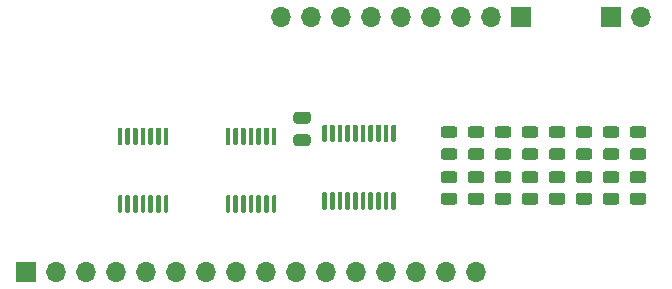
<source format=gbr>
%TF.GenerationSoftware,KiCad,Pcbnew,(5.1.10-1-10_14)*%
%TF.CreationDate,2021-12-18T11:23:09-05:00*%
%TF.ProjectId,Modules,4d6f6475-6c65-4732-9e6b-696361645f70,rev?*%
%TF.SameCoordinates,Original*%
%TF.FileFunction,Soldermask,Top*%
%TF.FilePolarity,Negative*%
%FSLAX46Y46*%
G04 Gerber Fmt 4.6, Leading zero omitted, Abs format (unit mm)*
G04 Created by KiCad (PCBNEW (5.1.10-1-10_14)) date 2021-12-18 11:23:09*
%MOMM*%
%LPD*%
G01*
G04 APERTURE LIST*
%ADD10R,1.700000X1.700000*%
%ADD11O,1.700000X1.700000*%
G04 APERTURE END LIST*
D10*
%TO.C,J3*%
X175514000Y-105156000D03*
D11*
X172974000Y-105156000D03*
X170434000Y-105156000D03*
X167894000Y-105156000D03*
X165354000Y-105156000D03*
X162814000Y-105156000D03*
X160274000Y-105156000D03*
X157734000Y-105156000D03*
X155194000Y-105156000D03*
%TD*%
%TO.C,R8*%
G36*
G01*
X184969999Y-120034000D02*
X185870001Y-120034000D01*
G75*
G02*
X186120000Y-120283999I0J-249999D01*
G01*
X186120000Y-120809001D01*
G75*
G02*
X185870001Y-121059000I-249999J0D01*
G01*
X184969999Y-121059000D01*
G75*
G02*
X184720000Y-120809001I0J249999D01*
G01*
X184720000Y-120283999D01*
G75*
G02*
X184969999Y-120034000I249999J0D01*
G01*
G37*
G36*
G01*
X184969999Y-118209000D02*
X185870001Y-118209000D01*
G75*
G02*
X186120000Y-118458999I0J-249999D01*
G01*
X186120000Y-118984001D01*
G75*
G02*
X185870001Y-119234000I-249999J0D01*
G01*
X184969999Y-119234000D01*
G75*
G02*
X184720000Y-118984001I0J249999D01*
G01*
X184720000Y-118458999D01*
G75*
G02*
X184969999Y-118209000I249999J0D01*
G01*
G37*
%TD*%
%TO.C,R7*%
G36*
G01*
X182683999Y-120034000D02*
X183584001Y-120034000D01*
G75*
G02*
X183834000Y-120283999I0J-249999D01*
G01*
X183834000Y-120809001D01*
G75*
G02*
X183584001Y-121059000I-249999J0D01*
G01*
X182683999Y-121059000D01*
G75*
G02*
X182434000Y-120809001I0J249999D01*
G01*
X182434000Y-120283999D01*
G75*
G02*
X182683999Y-120034000I249999J0D01*
G01*
G37*
G36*
G01*
X182683999Y-118209000D02*
X183584001Y-118209000D01*
G75*
G02*
X183834000Y-118458999I0J-249999D01*
G01*
X183834000Y-118984001D01*
G75*
G02*
X183584001Y-119234000I-249999J0D01*
G01*
X182683999Y-119234000D01*
G75*
G02*
X182434000Y-118984001I0J249999D01*
G01*
X182434000Y-118458999D01*
G75*
G02*
X182683999Y-118209000I249999J0D01*
G01*
G37*
%TD*%
%TO.C,R6*%
G36*
G01*
X180397999Y-120034000D02*
X181298001Y-120034000D01*
G75*
G02*
X181548000Y-120283999I0J-249999D01*
G01*
X181548000Y-120809001D01*
G75*
G02*
X181298001Y-121059000I-249999J0D01*
G01*
X180397999Y-121059000D01*
G75*
G02*
X180148000Y-120809001I0J249999D01*
G01*
X180148000Y-120283999D01*
G75*
G02*
X180397999Y-120034000I249999J0D01*
G01*
G37*
G36*
G01*
X180397999Y-118209000D02*
X181298001Y-118209000D01*
G75*
G02*
X181548000Y-118458999I0J-249999D01*
G01*
X181548000Y-118984001D01*
G75*
G02*
X181298001Y-119234000I-249999J0D01*
G01*
X180397999Y-119234000D01*
G75*
G02*
X180148000Y-118984001I0J249999D01*
G01*
X180148000Y-118458999D01*
G75*
G02*
X180397999Y-118209000I249999J0D01*
G01*
G37*
%TD*%
%TO.C,R5*%
G36*
G01*
X178111999Y-120034000D02*
X179012001Y-120034000D01*
G75*
G02*
X179262000Y-120283999I0J-249999D01*
G01*
X179262000Y-120809001D01*
G75*
G02*
X179012001Y-121059000I-249999J0D01*
G01*
X178111999Y-121059000D01*
G75*
G02*
X177862000Y-120809001I0J249999D01*
G01*
X177862000Y-120283999D01*
G75*
G02*
X178111999Y-120034000I249999J0D01*
G01*
G37*
G36*
G01*
X178111999Y-118209000D02*
X179012001Y-118209000D01*
G75*
G02*
X179262000Y-118458999I0J-249999D01*
G01*
X179262000Y-118984001D01*
G75*
G02*
X179012001Y-119234000I-249999J0D01*
G01*
X178111999Y-119234000D01*
G75*
G02*
X177862000Y-118984001I0J249999D01*
G01*
X177862000Y-118458999D01*
G75*
G02*
X178111999Y-118209000I249999J0D01*
G01*
G37*
%TD*%
%TO.C,R4*%
G36*
G01*
X175825999Y-120034000D02*
X176726001Y-120034000D01*
G75*
G02*
X176976000Y-120283999I0J-249999D01*
G01*
X176976000Y-120809001D01*
G75*
G02*
X176726001Y-121059000I-249999J0D01*
G01*
X175825999Y-121059000D01*
G75*
G02*
X175576000Y-120809001I0J249999D01*
G01*
X175576000Y-120283999D01*
G75*
G02*
X175825999Y-120034000I249999J0D01*
G01*
G37*
G36*
G01*
X175825999Y-118209000D02*
X176726001Y-118209000D01*
G75*
G02*
X176976000Y-118458999I0J-249999D01*
G01*
X176976000Y-118984001D01*
G75*
G02*
X176726001Y-119234000I-249999J0D01*
G01*
X175825999Y-119234000D01*
G75*
G02*
X175576000Y-118984001I0J249999D01*
G01*
X175576000Y-118458999D01*
G75*
G02*
X175825999Y-118209000I249999J0D01*
G01*
G37*
%TD*%
%TO.C,R3*%
G36*
G01*
X173539999Y-120034000D02*
X174440001Y-120034000D01*
G75*
G02*
X174690000Y-120283999I0J-249999D01*
G01*
X174690000Y-120809001D01*
G75*
G02*
X174440001Y-121059000I-249999J0D01*
G01*
X173539999Y-121059000D01*
G75*
G02*
X173290000Y-120809001I0J249999D01*
G01*
X173290000Y-120283999D01*
G75*
G02*
X173539999Y-120034000I249999J0D01*
G01*
G37*
G36*
G01*
X173539999Y-118209000D02*
X174440001Y-118209000D01*
G75*
G02*
X174690000Y-118458999I0J-249999D01*
G01*
X174690000Y-118984001D01*
G75*
G02*
X174440001Y-119234000I-249999J0D01*
G01*
X173539999Y-119234000D01*
G75*
G02*
X173290000Y-118984001I0J249999D01*
G01*
X173290000Y-118458999D01*
G75*
G02*
X173539999Y-118209000I249999J0D01*
G01*
G37*
%TD*%
%TO.C,R2*%
G36*
G01*
X171253999Y-120034000D02*
X172154001Y-120034000D01*
G75*
G02*
X172404000Y-120283999I0J-249999D01*
G01*
X172404000Y-120809001D01*
G75*
G02*
X172154001Y-121059000I-249999J0D01*
G01*
X171253999Y-121059000D01*
G75*
G02*
X171004000Y-120809001I0J249999D01*
G01*
X171004000Y-120283999D01*
G75*
G02*
X171253999Y-120034000I249999J0D01*
G01*
G37*
G36*
G01*
X171253999Y-118209000D02*
X172154001Y-118209000D01*
G75*
G02*
X172404000Y-118458999I0J-249999D01*
G01*
X172404000Y-118984001D01*
G75*
G02*
X172154001Y-119234000I-249999J0D01*
G01*
X171253999Y-119234000D01*
G75*
G02*
X171004000Y-118984001I0J249999D01*
G01*
X171004000Y-118458999D01*
G75*
G02*
X171253999Y-118209000I249999J0D01*
G01*
G37*
%TD*%
%TO.C,R1*%
G36*
G01*
X168967999Y-120034000D02*
X169868001Y-120034000D01*
G75*
G02*
X170118000Y-120283999I0J-249999D01*
G01*
X170118000Y-120809001D01*
G75*
G02*
X169868001Y-121059000I-249999J0D01*
G01*
X168967999Y-121059000D01*
G75*
G02*
X168718000Y-120809001I0J249999D01*
G01*
X168718000Y-120283999D01*
G75*
G02*
X168967999Y-120034000I249999J0D01*
G01*
G37*
G36*
G01*
X168967999Y-118209000D02*
X169868001Y-118209000D01*
G75*
G02*
X170118000Y-118458999I0J-249999D01*
G01*
X170118000Y-118984001D01*
G75*
G02*
X169868001Y-119234000I-249999J0D01*
G01*
X168967999Y-119234000D01*
G75*
G02*
X168718000Y-118984001I0J249999D01*
G01*
X168718000Y-118458999D01*
G75*
G02*
X168967999Y-118209000I249999J0D01*
G01*
G37*
%TD*%
%TO.C,D8*%
G36*
G01*
X185876250Y-115374000D02*
X184963750Y-115374000D01*
G75*
G02*
X184720000Y-115130250I0J243750D01*
G01*
X184720000Y-114642750D01*
G75*
G02*
X184963750Y-114399000I243750J0D01*
G01*
X185876250Y-114399000D01*
G75*
G02*
X186120000Y-114642750I0J-243750D01*
G01*
X186120000Y-115130250D01*
G75*
G02*
X185876250Y-115374000I-243750J0D01*
G01*
G37*
G36*
G01*
X185876250Y-117249000D02*
X184963750Y-117249000D01*
G75*
G02*
X184720000Y-117005250I0J243750D01*
G01*
X184720000Y-116517750D01*
G75*
G02*
X184963750Y-116274000I243750J0D01*
G01*
X185876250Y-116274000D01*
G75*
G02*
X186120000Y-116517750I0J-243750D01*
G01*
X186120000Y-117005250D01*
G75*
G02*
X185876250Y-117249000I-243750J0D01*
G01*
G37*
%TD*%
%TO.C,D7*%
G36*
G01*
X183590250Y-115374000D02*
X182677750Y-115374000D01*
G75*
G02*
X182434000Y-115130250I0J243750D01*
G01*
X182434000Y-114642750D01*
G75*
G02*
X182677750Y-114399000I243750J0D01*
G01*
X183590250Y-114399000D01*
G75*
G02*
X183834000Y-114642750I0J-243750D01*
G01*
X183834000Y-115130250D01*
G75*
G02*
X183590250Y-115374000I-243750J0D01*
G01*
G37*
G36*
G01*
X183590250Y-117249000D02*
X182677750Y-117249000D01*
G75*
G02*
X182434000Y-117005250I0J243750D01*
G01*
X182434000Y-116517750D01*
G75*
G02*
X182677750Y-116274000I243750J0D01*
G01*
X183590250Y-116274000D01*
G75*
G02*
X183834000Y-116517750I0J-243750D01*
G01*
X183834000Y-117005250D01*
G75*
G02*
X183590250Y-117249000I-243750J0D01*
G01*
G37*
%TD*%
%TO.C,D6*%
G36*
G01*
X181304250Y-115374000D02*
X180391750Y-115374000D01*
G75*
G02*
X180148000Y-115130250I0J243750D01*
G01*
X180148000Y-114642750D01*
G75*
G02*
X180391750Y-114399000I243750J0D01*
G01*
X181304250Y-114399000D01*
G75*
G02*
X181548000Y-114642750I0J-243750D01*
G01*
X181548000Y-115130250D01*
G75*
G02*
X181304250Y-115374000I-243750J0D01*
G01*
G37*
G36*
G01*
X181304250Y-117249000D02*
X180391750Y-117249000D01*
G75*
G02*
X180148000Y-117005250I0J243750D01*
G01*
X180148000Y-116517750D01*
G75*
G02*
X180391750Y-116274000I243750J0D01*
G01*
X181304250Y-116274000D01*
G75*
G02*
X181548000Y-116517750I0J-243750D01*
G01*
X181548000Y-117005250D01*
G75*
G02*
X181304250Y-117249000I-243750J0D01*
G01*
G37*
%TD*%
%TO.C,D5*%
G36*
G01*
X179018250Y-115374000D02*
X178105750Y-115374000D01*
G75*
G02*
X177862000Y-115130250I0J243750D01*
G01*
X177862000Y-114642750D01*
G75*
G02*
X178105750Y-114399000I243750J0D01*
G01*
X179018250Y-114399000D01*
G75*
G02*
X179262000Y-114642750I0J-243750D01*
G01*
X179262000Y-115130250D01*
G75*
G02*
X179018250Y-115374000I-243750J0D01*
G01*
G37*
G36*
G01*
X179018250Y-117249000D02*
X178105750Y-117249000D01*
G75*
G02*
X177862000Y-117005250I0J243750D01*
G01*
X177862000Y-116517750D01*
G75*
G02*
X178105750Y-116274000I243750J0D01*
G01*
X179018250Y-116274000D01*
G75*
G02*
X179262000Y-116517750I0J-243750D01*
G01*
X179262000Y-117005250D01*
G75*
G02*
X179018250Y-117249000I-243750J0D01*
G01*
G37*
%TD*%
%TO.C,D4*%
G36*
G01*
X176732250Y-115374000D02*
X175819750Y-115374000D01*
G75*
G02*
X175576000Y-115130250I0J243750D01*
G01*
X175576000Y-114642750D01*
G75*
G02*
X175819750Y-114399000I243750J0D01*
G01*
X176732250Y-114399000D01*
G75*
G02*
X176976000Y-114642750I0J-243750D01*
G01*
X176976000Y-115130250D01*
G75*
G02*
X176732250Y-115374000I-243750J0D01*
G01*
G37*
G36*
G01*
X176732250Y-117249000D02*
X175819750Y-117249000D01*
G75*
G02*
X175576000Y-117005250I0J243750D01*
G01*
X175576000Y-116517750D01*
G75*
G02*
X175819750Y-116274000I243750J0D01*
G01*
X176732250Y-116274000D01*
G75*
G02*
X176976000Y-116517750I0J-243750D01*
G01*
X176976000Y-117005250D01*
G75*
G02*
X176732250Y-117249000I-243750J0D01*
G01*
G37*
%TD*%
%TO.C,D3*%
G36*
G01*
X174446250Y-115374000D02*
X173533750Y-115374000D01*
G75*
G02*
X173290000Y-115130250I0J243750D01*
G01*
X173290000Y-114642750D01*
G75*
G02*
X173533750Y-114399000I243750J0D01*
G01*
X174446250Y-114399000D01*
G75*
G02*
X174690000Y-114642750I0J-243750D01*
G01*
X174690000Y-115130250D01*
G75*
G02*
X174446250Y-115374000I-243750J0D01*
G01*
G37*
G36*
G01*
X174446250Y-117249000D02*
X173533750Y-117249000D01*
G75*
G02*
X173290000Y-117005250I0J243750D01*
G01*
X173290000Y-116517750D01*
G75*
G02*
X173533750Y-116274000I243750J0D01*
G01*
X174446250Y-116274000D01*
G75*
G02*
X174690000Y-116517750I0J-243750D01*
G01*
X174690000Y-117005250D01*
G75*
G02*
X174446250Y-117249000I-243750J0D01*
G01*
G37*
%TD*%
%TO.C,D2*%
G36*
G01*
X172160250Y-115374000D02*
X171247750Y-115374000D01*
G75*
G02*
X171004000Y-115130250I0J243750D01*
G01*
X171004000Y-114642750D01*
G75*
G02*
X171247750Y-114399000I243750J0D01*
G01*
X172160250Y-114399000D01*
G75*
G02*
X172404000Y-114642750I0J-243750D01*
G01*
X172404000Y-115130250D01*
G75*
G02*
X172160250Y-115374000I-243750J0D01*
G01*
G37*
G36*
G01*
X172160250Y-117249000D02*
X171247750Y-117249000D01*
G75*
G02*
X171004000Y-117005250I0J243750D01*
G01*
X171004000Y-116517750D01*
G75*
G02*
X171247750Y-116274000I243750J0D01*
G01*
X172160250Y-116274000D01*
G75*
G02*
X172404000Y-116517750I0J-243750D01*
G01*
X172404000Y-117005250D01*
G75*
G02*
X172160250Y-117249000I-243750J0D01*
G01*
G37*
%TD*%
%TO.C,D1*%
G36*
G01*
X169874250Y-115374000D02*
X168961750Y-115374000D01*
G75*
G02*
X168718000Y-115130250I0J243750D01*
G01*
X168718000Y-114642750D01*
G75*
G02*
X168961750Y-114399000I243750J0D01*
G01*
X169874250Y-114399000D01*
G75*
G02*
X170118000Y-114642750I0J-243750D01*
G01*
X170118000Y-115130250D01*
G75*
G02*
X169874250Y-115374000I-243750J0D01*
G01*
G37*
G36*
G01*
X169874250Y-117249000D02*
X168961750Y-117249000D01*
G75*
G02*
X168718000Y-117005250I0J243750D01*
G01*
X168718000Y-116517750D01*
G75*
G02*
X168961750Y-116274000I243750J0D01*
G01*
X169874250Y-116274000D01*
G75*
G02*
X170118000Y-116517750I0J-243750D01*
G01*
X170118000Y-117005250D01*
G75*
G02*
X169874250Y-117249000I-243750J0D01*
G01*
G37*
%TD*%
%TO.C,C1*%
G36*
G01*
X157447000Y-114170000D02*
X156497000Y-114170000D01*
G75*
G02*
X156247000Y-113920000I0J250000D01*
G01*
X156247000Y-113420000D01*
G75*
G02*
X156497000Y-113170000I250000J0D01*
G01*
X157447000Y-113170000D01*
G75*
G02*
X157697000Y-113420000I0J-250000D01*
G01*
X157697000Y-113920000D01*
G75*
G02*
X157447000Y-114170000I-250000J0D01*
G01*
G37*
G36*
G01*
X157447000Y-116070000D02*
X156497000Y-116070000D01*
G75*
G02*
X156247000Y-115820000I0J250000D01*
G01*
X156247000Y-115320000D01*
G75*
G02*
X156497000Y-115070000I250000J0D01*
G01*
X157447000Y-115070000D01*
G75*
G02*
X157697000Y-115320000I0J-250000D01*
G01*
X157697000Y-115820000D01*
G75*
G02*
X157447000Y-116070000I-250000J0D01*
G01*
G37*
%TD*%
%TO.C,U1*%
G36*
G01*
X158985000Y-115731000D02*
X158785000Y-115731000D01*
G75*
G02*
X158685000Y-115631000I0J100000D01*
G01*
X158685000Y-114356000D01*
G75*
G02*
X158785000Y-114256000I100000J0D01*
G01*
X158985000Y-114256000D01*
G75*
G02*
X159085000Y-114356000I0J-100000D01*
G01*
X159085000Y-115631000D01*
G75*
G02*
X158985000Y-115731000I-100000J0D01*
G01*
G37*
G36*
G01*
X159635000Y-115731000D02*
X159435000Y-115731000D01*
G75*
G02*
X159335000Y-115631000I0J100000D01*
G01*
X159335000Y-114356000D01*
G75*
G02*
X159435000Y-114256000I100000J0D01*
G01*
X159635000Y-114256000D01*
G75*
G02*
X159735000Y-114356000I0J-100000D01*
G01*
X159735000Y-115631000D01*
G75*
G02*
X159635000Y-115731000I-100000J0D01*
G01*
G37*
G36*
G01*
X160285000Y-115731000D02*
X160085000Y-115731000D01*
G75*
G02*
X159985000Y-115631000I0J100000D01*
G01*
X159985000Y-114356000D01*
G75*
G02*
X160085000Y-114256000I100000J0D01*
G01*
X160285000Y-114256000D01*
G75*
G02*
X160385000Y-114356000I0J-100000D01*
G01*
X160385000Y-115631000D01*
G75*
G02*
X160285000Y-115731000I-100000J0D01*
G01*
G37*
G36*
G01*
X160935000Y-115731000D02*
X160735000Y-115731000D01*
G75*
G02*
X160635000Y-115631000I0J100000D01*
G01*
X160635000Y-114356000D01*
G75*
G02*
X160735000Y-114256000I100000J0D01*
G01*
X160935000Y-114256000D01*
G75*
G02*
X161035000Y-114356000I0J-100000D01*
G01*
X161035000Y-115631000D01*
G75*
G02*
X160935000Y-115731000I-100000J0D01*
G01*
G37*
G36*
G01*
X161585000Y-115731000D02*
X161385000Y-115731000D01*
G75*
G02*
X161285000Y-115631000I0J100000D01*
G01*
X161285000Y-114356000D01*
G75*
G02*
X161385000Y-114256000I100000J0D01*
G01*
X161585000Y-114256000D01*
G75*
G02*
X161685000Y-114356000I0J-100000D01*
G01*
X161685000Y-115631000D01*
G75*
G02*
X161585000Y-115731000I-100000J0D01*
G01*
G37*
G36*
G01*
X162235000Y-115731000D02*
X162035000Y-115731000D01*
G75*
G02*
X161935000Y-115631000I0J100000D01*
G01*
X161935000Y-114356000D01*
G75*
G02*
X162035000Y-114256000I100000J0D01*
G01*
X162235000Y-114256000D01*
G75*
G02*
X162335000Y-114356000I0J-100000D01*
G01*
X162335000Y-115631000D01*
G75*
G02*
X162235000Y-115731000I-100000J0D01*
G01*
G37*
G36*
G01*
X162885000Y-115731000D02*
X162685000Y-115731000D01*
G75*
G02*
X162585000Y-115631000I0J100000D01*
G01*
X162585000Y-114356000D01*
G75*
G02*
X162685000Y-114256000I100000J0D01*
G01*
X162885000Y-114256000D01*
G75*
G02*
X162985000Y-114356000I0J-100000D01*
G01*
X162985000Y-115631000D01*
G75*
G02*
X162885000Y-115731000I-100000J0D01*
G01*
G37*
G36*
G01*
X163535000Y-115731000D02*
X163335000Y-115731000D01*
G75*
G02*
X163235000Y-115631000I0J100000D01*
G01*
X163235000Y-114356000D01*
G75*
G02*
X163335000Y-114256000I100000J0D01*
G01*
X163535000Y-114256000D01*
G75*
G02*
X163635000Y-114356000I0J-100000D01*
G01*
X163635000Y-115631000D01*
G75*
G02*
X163535000Y-115731000I-100000J0D01*
G01*
G37*
G36*
G01*
X164185000Y-115731000D02*
X163985000Y-115731000D01*
G75*
G02*
X163885000Y-115631000I0J100000D01*
G01*
X163885000Y-114356000D01*
G75*
G02*
X163985000Y-114256000I100000J0D01*
G01*
X164185000Y-114256000D01*
G75*
G02*
X164285000Y-114356000I0J-100000D01*
G01*
X164285000Y-115631000D01*
G75*
G02*
X164185000Y-115731000I-100000J0D01*
G01*
G37*
G36*
G01*
X164835000Y-115731000D02*
X164635000Y-115731000D01*
G75*
G02*
X164535000Y-115631000I0J100000D01*
G01*
X164535000Y-114356000D01*
G75*
G02*
X164635000Y-114256000I100000J0D01*
G01*
X164835000Y-114256000D01*
G75*
G02*
X164935000Y-114356000I0J-100000D01*
G01*
X164935000Y-115631000D01*
G75*
G02*
X164835000Y-115731000I-100000J0D01*
G01*
G37*
G36*
G01*
X164835000Y-121456000D02*
X164635000Y-121456000D01*
G75*
G02*
X164535000Y-121356000I0J100000D01*
G01*
X164535000Y-120081000D01*
G75*
G02*
X164635000Y-119981000I100000J0D01*
G01*
X164835000Y-119981000D01*
G75*
G02*
X164935000Y-120081000I0J-100000D01*
G01*
X164935000Y-121356000D01*
G75*
G02*
X164835000Y-121456000I-100000J0D01*
G01*
G37*
G36*
G01*
X164185000Y-121456000D02*
X163985000Y-121456000D01*
G75*
G02*
X163885000Y-121356000I0J100000D01*
G01*
X163885000Y-120081000D01*
G75*
G02*
X163985000Y-119981000I100000J0D01*
G01*
X164185000Y-119981000D01*
G75*
G02*
X164285000Y-120081000I0J-100000D01*
G01*
X164285000Y-121356000D01*
G75*
G02*
X164185000Y-121456000I-100000J0D01*
G01*
G37*
G36*
G01*
X163535000Y-121456000D02*
X163335000Y-121456000D01*
G75*
G02*
X163235000Y-121356000I0J100000D01*
G01*
X163235000Y-120081000D01*
G75*
G02*
X163335000Y-119981000I100000J0D01*
G01*
X163535000Y-119981000D01*
G75*
G02*
X163635000Y-120081000I0J-100000D01*
G01*
X163635000Y-121356000D01*
G75*
G02*
X163535000Y-121456000I-100000J0D01*
G01*
G37*
G36*
G01*
X162885000Y-121456000D02*
X162685000Y-121456000D01*
G75*
G02*
X162585000Y-121356000I0J100000D01*
G01*
X162585000Y-120081000D01*
G75*
G02*
X162685000Y-119981000I100000J0D01*
G01*
X162885000Y-119981000D01*
G75*
G02*
X162985000Y-120081000I0J-100000D01*
G01*
X162985000Y-121356000D01*
G75*
G02*
X162885000Y-121456000I-100000J0D01*
G01*
G37*
G36*
G01*
X162235000Y-121456000D02*
X162035000Y-121456000D01*
G75*
G02*
X161935000Y-121356000I0J100000D01*
G01*
X161935000Y-120081000D01*
G75*
G02*
X162035000Y-119981000I100000J0D01*
G01*
X162235000Y-119981000D01*
G75*
G02*
X162335000Y-120081000I0J-100000D01*
G01*
X162335000Y-121356000D01*
G75*
G02*
X162235000Y-121456000I-100000J0D01*
G01*
G37*
G36*
G01*
X161585000Y-121456000D02*
X161385000Y-121456000D01*
G75*
G02*
X161285000Y-121356000I0J100000D01*
G01*
X161285000Y-120081000D01*
G75*
G02*
X161385000Y-119981000I100000J0D01*
G01*
X161585000Y-119981000D01*
G75*
G02*
X161685000Y-120081000I0J-100000D01*
G01*
X161685000Y-121356000D01*
G75*
G02*
X161585000Y-121456000I-100000J0D01*
G01*
G37*
G36*
G01*
X160935000Y-121456000D02*
X160735000Y-121456000D01*
G75*
G02*
X160635000Y-121356000I0J100000D01*
G01*
X160635000Y-120081000D01*
G75*
G02*
X160735000Y-119981000I100000J0D01*
G01*
X160935000Y-119981000D01*
G75*
G02*
X161035000Y-120081000I0J-100000D01*
G01*
X161035000Y-121356000D01*
G75*
G02*
X160935000Y-121456000I-100000J0D01*
G01*
G37*
G36*
G01*
X160285000Y-121456000D02*
X160085000Y-121456000D01*
G75*
G02*
X159985000Y-121356000I0J100000D01*
G01*
X159985000Y-120081000D01*
G75*
G02*
X160085000Y-119981000I100000J0D01*
G01*
X160285000Y-119981000D01*
G75*
G02*
X160385000Y-120081000I0J-100000D01*
G01*
X160385000Y-121356000D01*
G75*
G02*
X160285000Y-121456000I-100000J0D01*
G01*
G37*
G36*
G01*
X159635000Y-121456000D02*
X159435000Y-121456000D01*
G75*
G02*
X159335000Y-121356000I0J100000D01*
G01*
X159335000Y-120081000D01*
G75*
G02*
X159435000Y-119981000I100000J0D01*
G01*
X159635000Y-119981000D01*
G75*
G02*
X159735000Y-120081000I0J-100000D01*
G01*
X159735000Y-121356000D01*
G75*
G02*
X159635000Y-121456000I-100000J0D01*
G01*
G37*
G36*
G01*
X158985000Y-121456000D02*
X158785000Y-121456000D01*
G75*
G02*
X158685000Y-121356000I0J100000D01*
G01*
X158685000Y-120081000D01*
G75*
G02*
X158785000Y-119981000I100000J0D01*
G01*
X158985000Y-119981000D01*
G75*
G02*
X159085000Y-120081000I0J-100000D01*
G01*
X159085000Y-121356000D01*
G75*
G02*
X158985000Y-121456000I-100000J0D01*
G01*
G37*
%TD*%
%TO.C,U8*%
G36*
G01*
X141660000Y-115985000D02*
X141460000Y-115985000D01*
G75*
G02*
X141360000Y-115885000I0J100000D01*
G01*
X141360000Y-114610000D01*
G75*
G02*
X141460000Y-114510000I100000J0D01*
G01*
X141660000Y-114510000D01*
G75*
G02*
X141760000Y-114610000I0J-100000D01*
G01*
X141760000Y-115885000D01*
G75*
G02*
X141660000Y-115985000I-100000J0D01*
G01*
G37*
G36*
G01*
X142310000Y-115985000D02*
X142110000Y-115985000D01*
G75*
G02*
X142010000Y-115885000I0J100000D01*
G01*
X142010000Y-114610000D01*
G75*
G02*
X142110000Y-114510000I100000J0D01*
G01*
X142310000Y-114510000D01*
G75*
G02*
X142410000Y-114610000I0J-100000D01*
G01*
X142410000Y-115885000D01*
G75*
G02*
X142310000Y-115985000I-100000J0D01*
G01*
G37*
G36*
G01*
X142960000Y-115985000D02*
X142760000Y-115985000D01*
G75*
G02*
X142660000Y-115885000I0J100000D01*
G01*
X142660000Y-114610000D01*
G75*
G02*
X142760000Y-114510000I100000J0D01*
G01*
X142960000Y-114510000D01*
G75*
G02*
X143060000Y-114610000I0J-100000D01*
G01*
X143060000Y-115885000D01*
G75*
G02*
X142960000Y-115985000I-100000J0D01*
G01*
G37*
G36*
G01*
X143610000Y-115985000D02*
X143410000Y-115985000D01*
G75*
G02*
X143310000Y-115885000I0J100000D01*
G01*
X143310000Y-114610000D01*
G75*
G02*
X143410000Y-114510000I100000J0D01*
G01*
X143610000Y-114510000D01*
G75*
G02*
X143710000Y-114610000I0J-100000D01*
G01*
X143710000Y-115885000D01*
G75*
G02*
X143610000Y-115985000I-100000J0D01*
G01*
G37*
G36*
G01*
X144260000Y-115985000D02*
X144060000Y-115985000D01*
G75*
G02*
X143960000Y-115885000I0J100000D01*
G01*
X143960000Y-114610000D01*
G75*
G02*
X144060000Y-114510000I100000J0D01*
G01*
X144260000Y-114510000D01*
G75*
G02*
X144360000Y-114610000I0J-100000D01*
G01*
X144360000Y-115885000D01*
G75*
G02*
X144260000Y-115985000I-100000J0D01*
G01*
G37*
G36*
G01*
X144910000Y-115985000D02*
X144710000Y-115985000D01*
G75*
G02*
X144610000Y-115885000I0J100000D01*
G01*
X144610000Y-114610000D01*
G75*
G02*
X144710000Y-114510000I100000J0D01*
G01*
X144910000Y-114510000D01*
G75*
G02*
X145010000Y-114610000I0J-100000D01*
G01*
X145010000Y-115885000D01*
G75*
G02*
X144910000Y-115985000I-100000J0D01*
G01*
G37*
G36*
G01*
X145560000Y-115985000D02*
X145360000Y-115985000D01*
G75*
G02*
X145260000Y-115885000I0J100000D01*
G01*
X145260000Y-114610000D01*
G75*
G02*
X145360000Y-114510000I100000J0D01*
G01*
X145560000Y-114510000D01*
G75*
G02*
X145660000Y-114610000I0J-100000D01*
G01*
X145660000Y-115885000D01*
G75*
G02*
X145560000Y-115985000I-100000J0D01*
G01*
G37*
G36*
G01*
X145560000Y-121710000D02*
X145360000Y-121710000D01*
G75*
G02*
X145260000Y-121610000I0J100000D01*
G01*
X145260000Y-120335000D01*
G75*
G02*
X145360000Y-120235000I100000J0D01*
G01*
X145560000Y-120235000D01*
G75*
G02*
X145660000Y-120335000I0J-100000D01*
G01*
X145660000Y-121610000D01*
G75*
G02*
X145560000Y-121710000I-100000J0D01*
G01*
G37*
G36*
G01*
X144910000Y-121710000D02*
X144710000Y-121710000D01*
G75*
G02*
X144610000Y-121610000I0J100000D01*
G01*
X144610000Y-120335000D01*
G75*
G02*
X144710000Y-120235000I100000J0D01*
G01*
X144910000Y-120235000D01*
G75*
G02*
X145010000Y-120335000I0J-100000D01*
G01*
X145010000Y-121610000D01*
G75*
G02*
X144910000Y-121710000I-100000J0D01*
G01*
G37*
G36*
G01*
X144260000Y-121710000D02*
X144060000Y-121710000D01*
G75*
G02*
X143960000Y-121610000I0J100000D01*
G01*
X143960000Y-120335000D01*
G75*
G02*
X144060000Y-120235000I100000J0D01*
G01*
X144260000Y-120235000D01*
G75*
G02*
X144360000Y-120335000I0J-100000D01*
G01*
X144360000Y-121610000D01*
G75*
G02*
X144260000Y-121710000I-100000J0D01*
G01*
G37*
G36*
G01*
X143610000Y-121710000D02*
X143410000Y-121710000D01*
G75*
G02*
X143310000Y-121610000I0J100000D01*
G01*
X143310000Y-120335000D01*
G75*
G02*
X143410000Y-120235000I100000J0D01*
G01*
X143610000Y-120235000D01*
G75*
G02*
X143710000Y-120335000I0J-100000D01*
G01*
X143710000Y-121610000D01*
G75*
G02*
X143610000Y-121710000I-100000J0D01*
G01*
G37*
G36*
G01*
X142960000Y-121710000D02*
X142760000Y-121710000D01*
G75*
G02*
X142660000Y-121610000I0J100000D01*
G01*
X142660000Y-120335000D01*
G75*
G02*
X142760000Y-120235000I100000J0D01*
G01*
X142960000Y-120235000D01*
G75*
G02*
X143060000Y-120335000I0J-100000D01*
G01*
X143060000Y-121610000D01*
G75*
G02*
X142960000Y-121710000I-100000J0D01*
G01*
G37*
G36*
G01*
X142310000Y-121710000D02*
X142110000Y-121710000D01*
G75*
G02*
X142010000Y-121610000I0J100000D01*
G01*
X142010000Y-120335000D01*
G75*
G02*
X142110000Y-120235000I100000J0D01*
G01*
X142310000Y-120235000D01*
G75*
G02*
X142410000Y-120335000I0J-100000D01*
G01*
X142410000Y-121610000D01*
G75*
G02*
X142310000Y-121710000I-100000J0D01*
G01*
G37*
G36*
G01*
X141660000Y-121710000D02*
X141460000Y-121710000D01*
G75*
G02*
X141360000Y-121610000I0J100000D01*
G01*
X141360000Y-120335000D01*
G75*
G02*
X141460000Y-120235000I100000J0D01*
G01*
X141660000Y-120235000D01*
G75*
G02*
X141760000Y-120335000I0J-100000D01*
G01*
X141760000Y-121610000D01*
G75*
G02*
X141660000Y-121710000I-100000J0D01*
G01*
G37*
%TD*%
%TO.C,U7*%
G36*
G01*
X150804000Y-115985000D02*
X150604000Y-115985000D01*
G75*
G02*
X150504000Y-115885000I0J100000D01*
G01*
X150504000Y-114610000D01*
G75*
G02*
X150604000Y-114510000I100000J0D01*
G01*
X150804000Y-114510000D01*
G75*
G02*
X150904000Y-114610000I0J-100000D01*
G01*
X150904000Y-115885000D01*
G75*
G02*
X150804000Y-115985000I-100000J0D01*
G01*
G37*
G36*
G01*
X151454000Y-115985000D02*
X151254000Y-115985000D01*
G75*
G02*
X151154000Y-115885000I0J100000D01*
G01*
X151154000Y-114610000D01*
G75*
G02*
X151254000Y-114510000I100000J0D01*
G01*
X151454000Y-114510000D01*
G75*
G02*
X151554000Y-114610000I0J-100000D01*
G01*
X151554000Y-115885000D01*
G75*
G02*
X151454000Y-115985000I-100000J0D01*
G01*
G37*
G36*
G01*
X152104000Y-115985000D02*
X151904000Y-115985000D01*
G75*
G02*
X151804000Y-115885000I0J100000D01*
G01*
X151804000Y-114610000D01*
G75*
G02*
X151904000Y-114510000I100000J0D01*
G01*
X152104000Y-114510000D01*
G75*
G02*
X152204000Y-114610000I0J-100000D01*
G01*
X152204000Y-115885000D01*
G75*
G02*
X152104000Y-115985000I-100000J0D01*
G01*
G37*
G36*
G01*
X152754000Y-115985000D02*
X152554000Y-115985000D01*
G75*
G02*
X152454000Y-115885000I0J100000D01*
G01*
X152454000Y-114610000D01*
G75*
G02*
X152554000Y-114510000I100000J0D01*
G01*
X152754000Y-114510000D01*
G75*
G02*
X152854000Y-114610000I0J-100000D01*
G01*
X152854000Y-115885000D01*
G75*
G02*
X152754000Y-115985000I-100000J0D01*
G01*
G37*
G36*
G01*
X153404000Y-115985000D02*
X153204000Y-115985000D01*
G75*
G02*
X153104000Y-115885000I0J100000D01*
G01*
X153104000Y-114610000D01*
G75*
G02*
X153204000Y-114510000I100000J0D01*
G01*
X153404000Y-114510000D01*
G75*
G02*
X153504000Y-114610000I0J-100000D01*
G01*
X153504000Y-115885000D01*
G75*
G02*
X153404000Y-115985000I-100000J0D01*
G01*
G37*
G36*
G01*
X154054000Y-115985000D02*
X153854000Y-115985000D01*
G75*
G02*
X153754000Y-115885000I0J100000D01*
G01*
X153754000Y-114610000D01*
G75*
G02*
X153854000Y-114510000I100000J0D01*
G01*
X154054000Y-114510000D01*
G75*
G02*
X154154000Y-114610000I0J-100000D01*
G01*
X154154000Y-115885000D01*
G75*
G02*
X154054000Y-115985000I-100000J0D01*
G01*
G37*
G36*
G01*
X154704000Y-115985000D02*
X154504000Y-115985000D01*
G75*
G02*
X154404000Y-115885000I0J100000D01*
G01*
X154404000Y-114610000D01*
G75*
G02*
X154504000Y-114510000I100000J0D01*
G01*
X154704000Y-114510000D01*
G75*
G02*
X154804000Y-114610000I0J-100000D01*
G01*
X154804000Y-115885000D01*
G75*
G02*
X154704000Y-115985000I-100000J0D01*
G01*
G37*
G36*
G01*
X154704000Y-121710000D02*
X154504000Y-121710000D01*
G75*
G02*
X154404000Y-121610000I0J100000D01*
G01*
X154404000Y-120335000D01*
G75*
G02*
X154504000Y-120235000I100000J0D01*
G01*
X154704000Y-120235000D01*
G75*
G02*
X154804000Y-120335000I0J-100000D01*
G01*
X154804000Y-121610000D01*
G75*
G02*
X154704000Y-121710000I-100000J0D01*
G01*
G37*
G36*
G01*
X154054000Y-121710000D02*
X153854000Y-121710000D01*
G75*
G02*
X153754000Y-121610000I0J100000D01*
G01*
X153754000Y-120335000D01*
G75*
G02*
X153854000Y-120235000I100000J0D01*
G01*
X154054000Y-120235000D01*
G75*
G02*
X154154000Y-120335000I0J-100000D01*
G01*
X154154000Y-121610000D01*
G75*
G02*
X154054000Y-121710000I-100000J0D01*
G01*
G37*
G36*
G01*
X153404000Y-121710000D02*
X153204000Y-121710000D01*
G75*
G02*
X153104000Y-121610000I0J100000D01*
G01*
X153104000Y-120335000D01*
G75*
G02*
X153204000Y-120235000I100000J0D01*
G01*
X153404000Y-120235000D01*
G75*
G02*
X153504000Y-120335000I0J-100000D01*
G01*
X153504000Y-121610000D01*
G75*
G02*
X153404000Y-121710000I-100000J0D01*
G01*
G37*
G36*
G01*
X152754000Y-121710000D02*
X152554000Y-121710000D01*
G75*
G02*
X152454000Y-121610000I0J100000D01*
G01*
X152454000Y-120335000D01*
G75*
G02*
X152554000Y-120235000I100000J0D01*
G01*
X152754000Y-120235000D01*
G75*
G02*
X152854000Y-120335000I0J-100000D01*
G01*
X152854000Y-121610000D01*
G75*
G02*
X152754000Y-121710000I-100000J0D01*
G01*
G37*
G36*
G01*
X152104000Y-121710000D02*
X151904000Y-121710000D01*
G75*
G02*
X151804000Y-121610000I0J100000D01*
G01*
X151804000Y-120335000D01*
G75*
G02*
X151904000Y-120235000I100000J0D01*
G01*
X152104000Y-120235000D01*
G75*
G02*
X152204000Y-120335000I0J-100000D01*
G01*
X152204000Y-121610000D01*
G75*
G02*
X152104000Y-121710000I-100000J0D01*
G01*
G37*
G36*
G01*
X151454000Y-121710000D02*
X151254000Y-121710000D01*
G75*
G02*
X151154000Y-121610000I0J100000D01*
G01*
X151154000Y-120335000D01*
G75*
G02*
X151254000Y-120235000I100000J0D01*
G01*
X151454000Y-120235000D01*
G75*
G02*
X151554000Y-120335000I0J-100000D01*
G01*
X151554000Y-121610000D01*
G75*
G02*
X151454000Y-121710000I-100000J0D01*
G01*
G37*
G36*
G01*
X150804000Y-121710000D02*
X150604000Y-121710000D01*
G75*
G02*
X150504000Y-121610000I0J100000D01*
G01*
X150504000Y-120335000D01*
G75*
G02*
X150604000Y-120235000I100000J0D01*
G01*
X150804000Y-120235000D01*
G75*
G02*
X150904000Y-120335000I0J-100000D01*
G01*
X150904000Y-121610000D01*
G75*
G02*
X150804000Y-121710000I-100000J0D01*
G01*
G37*
%TD*%
%TO.C,J2*%
X185674000Y-105156000D03*
D10*
X183134000Y-105156000D03*
%TD*%
D11*
%TO.C,J1*%
X171704000Y-126746000D03*
X169164000Y-126746000D03*
X166624000Y-126746000D03*
X164084000Y-126746000D03*
X161544000Y-126746000D03*
X159004000Y-126746000D03*
X156464000Y-126746000D03*
X153924000Y-126746000D03*
X151384000Y-126746000D03*
X148844000Y-126746000D03*
X146304000Y-126746000D03*
X143764000Y-126746000D03*
X141224000Y-126746000D03*
X138684000Y-126746000D03*
X136144000Y-126746000D03*
D10*
X133604000Y-126746000D03*
%TD*%
M02*

</source>
